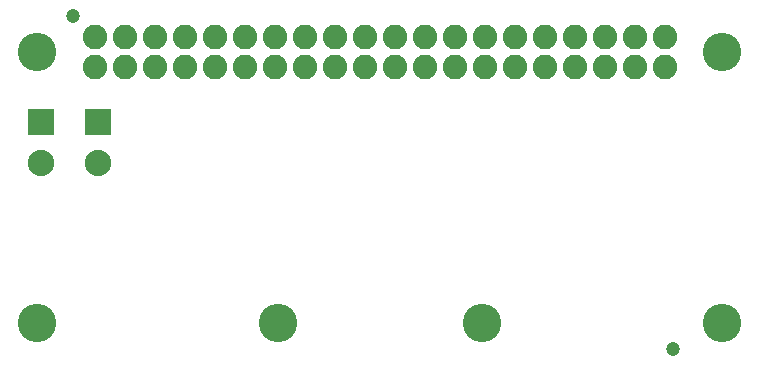
<source format=gbs>
G75*
%MOIN*%
%OFA0B0*%
%FSLAX25Y25*%
%IPPOS*%
%LPD*%
%AMOC8*
5,1,8,0,0,1.08239X$1,22.5*
%
%ADD10C,0.04737*%
%ADD11C,0.08200*%
%ADD12C,0.12800*%
%ADD13R,0.08800X0.08800*%
%ADD14C,0.08800*%
D10*
X0337042Y0133157D03*
X0137003Y0244378D03*
D11*
X0144286Y0237213D03*
X0154286Y0237213D03*
X0164286Y0237213D03*
X0174286Y0237213D03*
X0184286Y0237213D03*
X0194286Y0237213D03*
X0204286Y0237213D03*
X0214286Y0237213D03*
X0224286Y0237213D03*
X0234286Y0237213D03*
X0244286Y0237213D03*
X0254286Y0237213D03*
X0264286Y0237213D03*
X0274286Y0237213D03*
X0284286Y0237213D03*
X0294286Y0237213D03*
X0304286Y0237213D03*
X0314286Y0237213D03*
X0324286Y0237213D03*
X0334286Y0237213D03*
X0334286Y0227213D03*
X0324286Y0227213D03*
X0314286Y0227213D03*
X0304286Y0227213D03*
X0294286Y0227213D03*
X0284286Y0227213D03*
X0274286Y0227213D03*
X0264286Y0227213D03*
X0254286Y0227213D03*
X0244286Y0227213D03*
X0234286Y0227213D03*
X0224286Y0227213D03*
X0214286Y0227213D03*
X0204286Y0227213D03*
X0194286Y0227213D03*
X0184286Y0227213D03*
X0174286Y0227213D03*
X0164286Y0227213D03*
X0154286Y0227213D03*
X0144286Y0227213D03*
D12*
X0125113Y0141780D03*
X0205213Y0141780D03*
X0273359Y0141780D03*
X0353459Y0141780D03*
X0353459Y0232331D03*
X0125113Y0232331D03*
D13*
X0126333Y0209000D03*
X0145333Y0209000D03*
D14*
X0145333Y0195220D03*
X0126333Y0195220D03*
M02*

</source>
